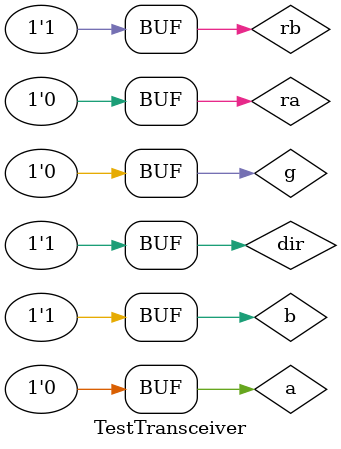
<source format=v>
module Transceiver(inout tri a, inout tri b, input wire g, input wire dir);
	wire ng, ndir, ngndir, ngdir;

	not (ng, g);
	not (ndir, dir);

	and (ngndir, ng, ndir);
	and (ngdir, ng, dir);

	bufif1 (b, a, ngdir);
	bufif1 (a, b, ngndir);
endmodule

module TestTransceiver;
	tri a, b;
	reg g, dir, ra, rb;

	Transceiver transceiver(a, b, g, dir);
	assign a = ra;
	assign b = rb;

	initial
	begin
		$monitor($time, " | g=%b, dir=%b, a=%b, b=%b, ra=%b, rb=%b", g, dir, a, b, ra, rb);

		ra = 0; rb = 1; g = 1; dir = 0;
		#5 ra = 'bz; rb = 'bz; g = 1; dir = 0;
		#5 rb = 1; g = 0; dir = 0;
		#5 ra = 'bz; rb = 'bz; g = 1; dir = 1;
		#5 ra = 0; g = 0; dir = 1;
		#5 ra = 0; rb = 1; g = 0; dir = 1;
	end
endmodule

</source>
